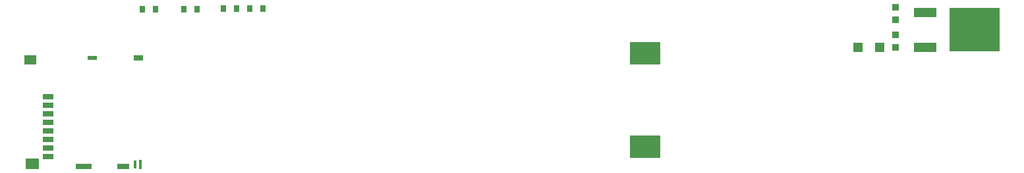
<source format=gbp>
G04 Layer_Color=128*
%FSAX25Y25*%
%MOIN*%
G70*
G01*
G75*
%ADD10R,0.02756X0.03347*%
%ADD24R,0.11220X0.04921*%
%ADD25R,0.25590X0.21850*%
%ADD26R,0.03740X0.03347*%
%ADD27R,0.04724X0.04724*%
%ADD28R,0.05905X0.04567*%
%ADD29R,0.04528X0.02362*%
%ADD30R,0.05118X0.02559*%
%ADD31R,0.01772X0.04528*%
%ADD32R,0.01772X0.04331*%
%ADD33R,0.06299X0.02559*%
%ADD34R,0.08425X0.02559*%
%ADD35R,0.07087X0.05315*%
%ADD36R,0.05512X0.03150*%
%ADD37R,0.15748X0.11811*%
D10*
X0272043Y0377857D02*
D03*
X0278539D02*
D03*
X0238661Y0377642D02*
D03*
X0245157D02*
D03*
X0224157D02*
D03*
X0217661D02*
D03*
X0265239Y0377958D02*
D03*
X0258743D02*
D03*
D24*
X0613543Y0358184D02*
D03*
Y0376137D02*
D03*
D25*
X0638700Y0367200D02*
D03*
D26*
X0598500Y0358250D02*
D03*
Y0364550D02*
D03*
X0598600Y0372250D02*
D03*
Y0378550D02*
D03*
D27*
X0579488Y0358200D02*
D03*
X0590512D02*
D03*
D28*
X0160944Y0351858D02*
D03*
D29*
X0192342Y0352961D02*
D03*
D30*
X0215669Y0352862D02*
D03*
D31*
X0216554Y0299122D02*
D03*
D32*
X0213956Y0299024D02*
D03*
D33*
X0208031Y0298138D02*
D03*
D34*
X0188031D02*
D03*
D35*
X0161928Y0299417D02*
D03*
D36*
X0169999Y0302921D02*
D03*
Y0307252D02*
D03*
Y0311583D02*
D03*
Y0315913D02*
D03*
Y0320244D02*
D03*
Y0324575D02*
D03*
Y0328906D02*
D03*
Y0333236D02*
D03*
D37*
X0471916Y0308068D02*
D03*
Y0355313D02*
D03*
M02*

</source>
